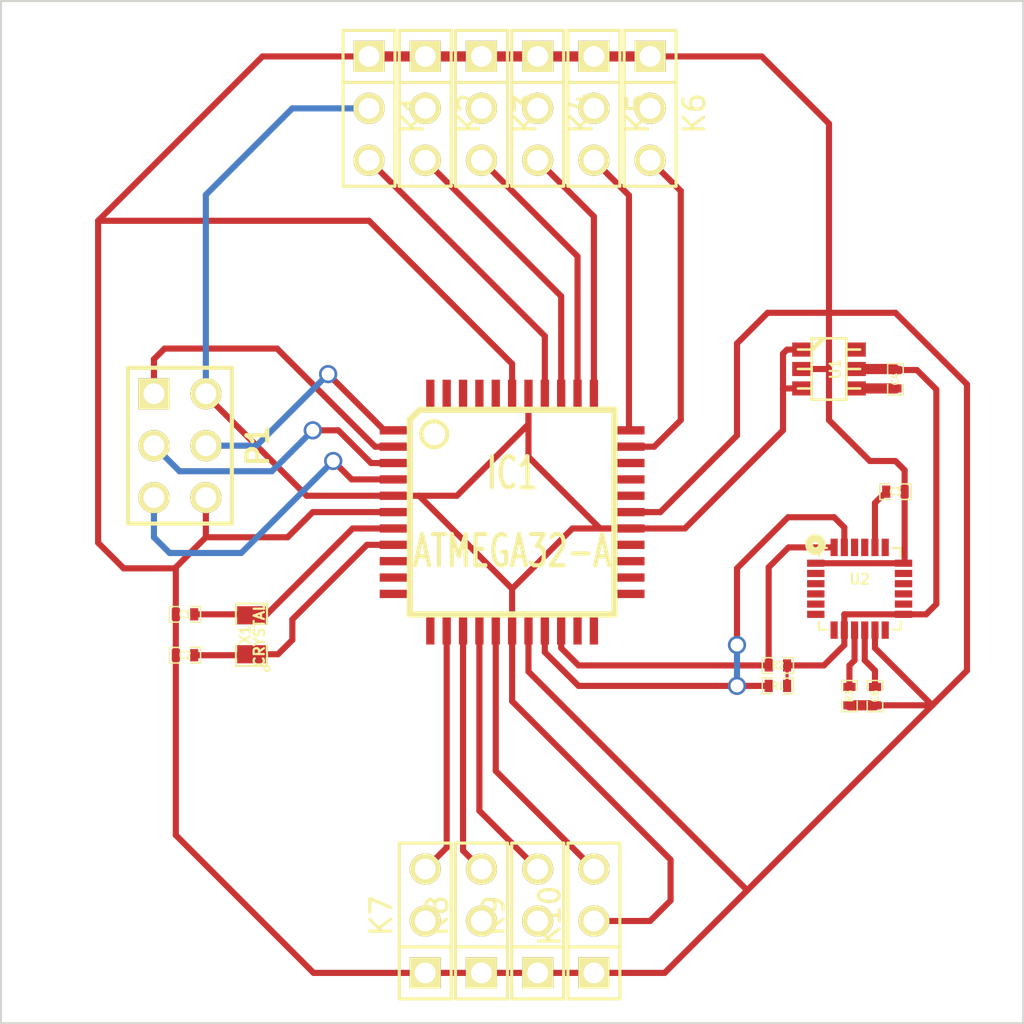
<source format=kicad_pcb>
(kicad_pcb (version 3) (host pcbnew "(2013-mar-13)-testing")

  (general
    (links 62)
    (no_connects 6)
    (area 97.699999 77.699999 147.800001 127.800001)
    (thickness 1.6)
    (drawings 4)
    (tracks 186)
    (zones 0)
    (modules 23)
    (nets 58)
  )

  (page A4)
  (layers
    (15 F.Cu signal)
    (0 B.Cu signal)
    (16 B.Adhes user)
    (17 F.Adhes user)
    (18 B.Paste user)
    (19 F.Paste user)
    (20 B.SilkS user)
    (21 F.SilkS user)
    (22 B.Mask user)
    (23 F.Mask user)
    (24 Dwgs.User user)
    (25 Cmts.User user)
    (26 Eco1.User user)
    (27 Eco2.User user)
    (28 Edge.Cuts user)
  )

  (setup
    (last_trace_width 0.3)
    (trace_clearance 0.15)
    (zone_clearance 0.508)
    (zone_45_only no)
    (trace_min 0.124)
    (segment_width 0.2)
    (edge_width 0.1)
    (via_size 0.889)
    (via_drill 0.635)
    (via_min_size 0.889)
    (via_min_drill 0.508)
    (uvia_size 0.508)
    (uvia_drill 0.127)
    (uvias_allowed no)
    (uvia_min_size 0.508)
    (uvia_min_drill 0.127)
    (pcb_text_width 0.3)
    (pcb_text_size 1.5 1.5)
    (mod_edge_width 0.15)
    (mod_text_size 1 1)
    (mod_text_width 0.15)
    (pad_size 0.7509 0.35052)
    (pad_drill 0)
    (pad_to_mask_clearance 0)
    (aux_axis_origin 0 0)
    (visible_elements FFFFFF7F)
    (pcbplotparams
      (layerselection 3178497)
      (usegerberextensions true)
      (excludeedgelayer true)
      (linewidth 0.150000)
      (plotframeref false)
      (viasonmask false)
      (mode 1)
      (useauxorigin false)
      (hpglpennumber 1)
      (hpglpenspeed 20)
      (hpglpendiameter 15)
      (hpglpenoverlay 2)
      (psnegative false)
      (psa4output false)
      (plotreference true)
      (plotvalue true)
      (plotothertext true)
      (plotinvisibletext false)
      (padsonsilk false)
      (subtractmaskfromsilk false)
      (outputformat 1)
      (mirror false)
      (drillshape 1)
      (scaleselection 1)
      (outputdirectory /home/charlie/Desktop/))
  )

  (net 0 "")
  (net 1 +3.3V)
  (net 2 +5V)
  (net 3 /RESET)
  (net 4 GND)
  (net 5 N-000001)
  (net 6 N-0000010)
  (net 7 N-0000012)
  (net 8 N-0000013)
  (net 9 N-0000014)
  (net 10 N-0000015)
  (net 11 N-0000016)
  (net 12 N-0000017)
  (net 13 N-0000018)
  (net 14 N-0000019)
  (net 15 N-000002)
  (net 16 N-0000020)
  (net 17 N-0000021)
  (net 18 N-0000022)
  (net 19 N-0000023)
  (net 20 N-0000024)
  (net 21 N-0000025)
  (net 22 N-0000026)
  (net 23 N-0000027)
  (net 24 N-0000028)
  (net 25 N-0000029)
  (net 26 N-000003)
  (net 27 N-0000030)
  (net 28 N-0000031)
  (net 29 N-0000032)
  (net 30 N-0000033)
  (net 31 N-0000034)
  (net 32 N-0000035)
  (net 33 N-0000036)
  (net 34 N-0000037)
  (net 35 N-0000038)
  (net 36 N-0000039)
  (net 37 N-000004)
  (net 38 N-0000040)
  (net 39 N-0000041)
  (net 40 N-0000042)
  (net 41 N-0000043)
  (net 42 N-0000044)
  (net 43 N-0000045)
  (net 44 N-0000046)
  (net 45 N-0000047)
  (net 46 N-0000048)
  (net 47 N-0000049)
  (net 48 N-000005)
  (net 49 N-0000050)
  (net 50 N-0000051)
  (net 51 N-0000052)
  (net 52 N-0000053)
  (net 53 N-0000054)
  (net 54 N-0000056)
  (net 55 N-0000057)
  (net 56 N-000007)
  (net 57 N-000008)

  (net_class Default "This is the default net class."
    (clearance 0.15)
    (trace_width 0.3)
    (via_dia 0.889)
    (via_drill 0.635)
    (uvia_dia 0.508)
    (uvia_drill 0.127)
    (add_net "")
    (add_net +3.3V)
    (add_net +5V)
    (add_net /RESET)
    (add_net GND)
    (add_net N-000001)
    (add_net N-0000010)
    (add_net N-0000012)
    (add_net N-0000013)
    (add_net N-0000014)
    (add_net N-0000015)
    (add_net N-0000016)
    (add_net N-0000017)
    (add_net N-0000018)
    (add_net N-0000019)
    (add_net N-000002)
    (add_net N-0000020)
    (add_net N-0000021)
    (add_net N-0000022)
    (add_net N-0000023)
    (add_net N-0000024)
    (add_net N-0000025)
    (add_net N-0000026)
    (add_net N-0000027)
    (add_net N-0000028)
    (add_net N-0000029)
    (add_net N-000003)
    (add_net N-0000030)
    (add_net N-0000031)
    (add_net N-0000032)
    (add_net N-0000033)
    (add_net N-0000034)
    (add_net N-0000035)
    (add_net N-0000036)
    (add_net N-0000037)
    (add_net N-0000038)
    (add_net N-0000039)
    (add_net N-000004)
    (add_net N-0000040)
    (add_net N-0000041)
    (add_net N-0000042)
    (add_net N-0000043)
    (add_net N-0000044)
    (add_net N-0000045)
    (add_net N-0000046)
    (add_net N-0000047)
    (add_net N-0000048)
    (add_net N-0000049)
    (add_net N-000005)
    (add_net N-0000050)
    (add_net N-0000051)
    (add_net N-0000052)
    (add_net N-0000053)
    (add_net N-0000054)
    (add_net N-0000056)
    (add_net N-0000057)
    (add_net N-000007)
    (add_net N-000008)
  )

  (module SM0402 (layer F.Cu) (tedit 50A4E0BA) (tstamp 52B629D5)
    (at 106.75 107.75)
    (path /52ADD0C5)
    (attr smd)
    (fp_text reference C1 (at 0 0) (layer F.SilkS)
      (effects (font (size 0.35052 0.3048) (thickness 0.07112)))
    )
    (fp_text value C (at 0.09906 0) (layer F.SilkS) hide
      (effects (font (size 0.35052 0.3048) (thickness 0.07112)))
    )
    (fp_line (start -0.254 -0.381) (end -0.762 -0.381) (layer F.SilkS) (width 0.07112))
    (fp_line (start -0.762 -0.381) (end -0.762 0.381) (layer F.SilkS) (width 0.07112))
    (fp_line (start -0.762 0.381) (end -0.254 0.381) (layer F.SilkS) (width 0.07112))
    (fp_line (start 0.254 -0.381) (end 0.762 -0.381) (layer F.SilkS) (width 0.07112))
    (fp_line (start 0.762 -0.381) (end 0.762 0.381) (layer F.SilkS) (width 0.07112))
    (fp_line (start 0.762 0.381) (end 0.254 0.381) (layer F.SilkS) (width 0.07112))
    (pad 1 smd rect (at -0.44958 0) (size 0.39878 0.59944)
      (layers F.Cu F.Paste F.Mask)
      (net 4 GND)
    )
    (pad 2 smd rect (at 0.44958 0) (size 0.39878 0.59944)
      (layers F.Cu F.Paste F.Mask)
      (net 39 N-0000041)
    )
    (model smd\chip_cms.wrl
      (at (xyz 0 0 0.002))
      (scale (xyz 0.05 0.05 0.05))
      (rotate (xyz 0 0 0))
    )
  )

  (module SM0402 (layer F.Cu) (tedit 50A4E0BA) (tstamp 52B629C8)
    (at 106.75 109.75)
    (path /52ADD0D4)
    (attr smd)
    (fp_text reference C2 (at 0 0) (layer F.SilkS)
      (effects (font (size 0.35052 0.3048) (thickness 0.07112)))
    )
    (fp_text value C (at 0.09906 0) (layer F.SilkS) hide
      (effects (font (size 0.35052 0.3048) (thickness 0.07112)))
    )
    (fp_line (start -0.254 -0.381) (end -0.762 -0.381) (layer F.SilkS) (width 0.07112))
    (fp_line (start -0.762 -0.381) (end -0.762 0.381) (layer F.SilkS) (width 0.07112))
    (fp_line (start -0.762 0.381) (end -0.254 0.381) (layer F.SilkS) (width 0.07112))
    (fp_line (start 0.254 -0.381) (end 0.762 -0.381) (layer F.SilkS) (width 0.07112))
    (fp_line (start 0.762 -0.381) (end 0.762 0.381) (layer F.SilkS) (width 0.07112))
    (fp_line (start 0.762 0.381) (end 0.254 0.381) (layer F.SilkS) (width 0.07112))
    (pad 1 smd rect (at -0.44958 0) (size 0.39878 0.59944)
      (layers F.Cu F.Paste F.Mask)
      (net 4 GND)
    )
    (pad 2 smd rect (at 0.44958 0) (size 0.39878 0.59944)
      (layers F.Cu F.Paste F.Mask)
      (net 55 N-0000057)
    )
    (model smd\chip_cms.wrl
      (at (xyz 0 0 0.002))
      (scale (xyz 0.05 0.05 0.05))
      (rotate (xyz 0 0 0))
    )
  )

  (module SM0402 (layer F.Cu) (tedit 50A4E0BA) (tstamp 52B629BB)
    (at 141.5 101.75)
    (path /52ADF725)
    (attr smd)
    (fp_text reference C3 (at 0 0) (layer F.SilkS)
      (effects (font (size 0.35052 0.3048) (thickness 0.07112)))
    )
    (fp_text value C (at 0.09906 0) (layer F.SilkS) hide
      (effects (font (size 0.35052 0.3048) (thickness 0.07112)))
    )
    (fp_line (start -0.254 -0.381) (end -0.762 -0.381) (layer F.SilkS) (width 0.07112))
    (fp_line (start -0.762 -0.381) (end -0.762 0.381) (layer F.SilkS) (width 0.07112))
    (fp_line (start -0.762 0.381) (end -0.254 0.381) (layer F.SilkS) (width 0.07112))
    (fp_line (start 0.254 -0.381) (end 0.762 -0.381) (layer F.SilkS) (width 0.07112))
    (fp_line (start 0.762 -0.381) (end 0.762 0.381) (layer F.SilkS) (width 0.07112))
    (fp_line (start 0.762 0.381) (end 0.254 0.381) (layer F.SilkS) (width 0.07112))
    (pad 1 smd rect (at -0.44958 0) (size 0.39878 0.59944)
      (layers F.Cu F.Paste F.Mask)
      (net 9 N-0000014)
    )
    (pad 2 smd rect (at 0.44958 0) (size 0.39878 0.59944)
      (layers F.Cu F.Paste F.Mask)
      (net 4 GND)
    )
    (model smd\chip_cms.wrl
      (at (xyz 0 0 0.002))
      (scale (xyz 0.05 0.05 0.05))
      (rotate (xyz 0 0 0))
    )
  )

  (module SM0402 (layer F.Cu) (tedit 50A4E0BA) (tstamp 52B629AE)
    (at 141.5 96.25 270)
    (path /52ADF536)
    (attr smd)
    (fp_text reference C4 (at 0 0 270) (layer F.SilkS)
      (effects (font (size 0.35052 0.3048) (thickness 0.07112)))
    )
    (fp_text value C (at 0.09906 0 270) (layer F.SilkS) hide
      (effects (font (size 0.35052 0.3048) (thickness 0.07112)))
    )
    (fp_line (start -0.254 -0.381) (end -0.762 -0.381) (layer F.SilkS) (width 0.07112))
    (fp_line (start -0.762 -0.381) (end -0.762 0.381) (layer F.SilkS) (width 0.07112))
    (fp_line (start -0.762 0.381) (end -0.254 0.381) (layer F.SilkS) (width 0.07112))
    (fp_line (start 0.254 -0.381) (end 0.762 -0.381) (layer F.SilkS) (width 0.07112))
    (fp_line (start 0.762 -0.381) (end 0.762 0.381) (layer F.SilkS) (width 0.07112))
    (fp_line (start 0.762 0.381) (end 0.254 0.381) (layer F.SilkS) (width 0.07112))
    (pad 1 smd rect (at -0.44958 0 270) (size 0.39878 0.59944)
      (layers F.Cu F.Paste F.Mask)
      (net 1 +3.3V)
    )
    (pad 2 smd rect (at 0.44958 0 270) (size 0.39878 0.59944)
      (layers F.Cu F.Paste F.Mask)
      (net 53 N-0000054)
    )
    (model smd\chip_cms.wrl
      (at (xyz 0 0 0.002))
      (scale (xyz 0.05 0.05 0.05))
      (rotate (xyz 0 0 0))
    )
  )

  (module SM0402 (layer F.Cu) (tedit 50A4E0BA) (tstamp 52B629A1)
    (at 140.5 111.75 270)
    (path /52ADF81F)
    (attr smd)
    (fp_text reference C6 (at 0 0 270) (layer F.SilkS)
      (effects (font (size 0.35052 0.3048) (thickness 0.07112)))
    )
    (fp_text value C (at 0.09906 0 270) (layer F.SilkS) hide
      (effects (font (size 0.35052 0.3048) (thickness 0.07112)))
    )
    (fp_line (start -0.254 -0.381) (end -0.762 -0.381) (layer F.SilkS) (width 0.07112))
    (fp_line (start -0.762 -0.381) (end -0.762 0.381) (layer F.SilkS) (width 0.07112))
    (fp_line (start -0.762 0.381) (end -0.254 0.381) (layer F.SilkS) (width 0.07112))
    (fp_line (start 0.254 -0.381) (end 0.762 -0.381) (layer F.SilkS) (width 0.07112))
    (fp_line (start 0.762 -0.381) (end 0.762 0.381) (layer F.SilkS) (width 0.07112))
    (fp_line (start 0.762 0.381) (end 0.254 0.381) (layer F.SilkS) (width 0.07112))
    (pad 1 smd rect (at -0.44958 0 270) (size 0.39878 0.59944)
      (layers F.Cu F.Paste F.Mask)
      (net 7 N-0000012)
    )
    (pad 2 smd rect (at 0.44958 0 270) (size 0.39878 0.59944)
      (layers F.Cu F.Paste F.Mask)
      (net 4 GND)
    )
    (model smd\chip_cms.wrl
      (at (xyz 0 0 0.002))
      (scale (xyz 0.05 0.05 0.05))
      (rotate (xyz 0 0 0))
    )
  )

  (module TQFP44 (layer F.Cu) (tedit 200000) (tstamp 52B62994)
    (at 122.75 102.75)
    (path /52ADDE0F)
    (attr smd)
    (fp_text reference IC1 (at 0 -1.905) (layer F.SilkS)
      (effects (font (size 1.524 1.016) (thickness 0.2032)))
    )
    (fp_text value ATMEGA32-A (at 0 1.905) (layer F.SilkS)
      (effects (font (size 1.524 1.016) (thickness 0.2032)))
    )
    (fp_line (start 5.0038 -5.0038) (end 5.0038 5.0038) (layer F.SilkS) (width 0.3048))
    (fp_line (start 5.0038 5.0038) (end -5.0038 5.0038) (layer F.SilkS) (width 0.3048))
    (fp_line (start -5.0038 -4.5212) (end -5.0038 5.0038) (layer F.SilkS) (width 0.3048))
    (fp_line (start -4.5212 -5.0038) (end 5.0038 -5.0038) (layer F.SilkS) (width 0.3048))
    (fp_line (start -5.0038 -4.5212) (end -4.5212 -5.0038) (layer F.SilkS) (width 0.3048))
    (fp_circle (center -3.81 -3.81) (end -3.81 -3.175) (layer F.SilkS) (width 0.2032))
    (pad 39 smd rect (at 0 -5.715) (size 0.4064 1.524)
      (layers F.Cu F.Paste F.Mask)
      (net 4 GND)
    )
    (pad 40 smd rect (at -0.8001 -5.715) (size 0.4064 1.524)
      (layers F.Cu F.Paste F.Mask)
      (net 49 N-0000050)
    )
    (pad 41 smd rect (at -1.6002 -5.715) (size 0.4064 1.524)
      (layers F.Cu F.Paste F.Mask)
      (net 45 N-0000047)
    )
    (pad 42 smd rect (at -2.4003 -5.715) (size 0.4064 1.524)
      (layers F.Cu F.Paste F.Mask)
      (net 42 N-0000044)
    )
    (pad 43 smd rect (at -3.2004 -5.715) (size 0.4064 1.524)
      (layers F.Cu F.Paste F.Mask)
      (net 29 N-0000032)
    )
    (pad 44 smd rect (at -4.0005 -5.715) (size 0.4064 1.524)
      (layers F.Cu F.Paste F.Mask)
      (net 27 N-0000030)
    )
    (pad 38 smd rect (at 0.8001 -5.715) (size 0.4064 1.524)
      (layers F.Cu F.Paste F.Mask)
      (net 2 +5V)
    )
    (pad 37 smd rect (at 1.6002 -5.715) (size 0.4064 1.524)
      (layers F.Cu F.Paste F.Mask)
      (net 23 N-0000027)
    )
    (pad 36 smd rect (at 2.4003 -5.715) (size 0.4064 1.524)
      (layers F.Cu F.Paste F.Mask)
      (net 56 N-000007)
    )
    (pad 35 smd rect (at 3.2004 -5.715) (size 0.4064 1.524)
      (layers F.Cu F.Paste F.Mask)
      (net 21 N-0000025)
    )
    (pad 34 smd rect (at 4.0005 -5.715) (size 0.4064 1.524)
      (layers F.Cu F.Paste F.Mask)
      (net 14 N-0000019)
    )
    (pad 17 smd rect (at 0 5.715) (size 0.4064 1.524)
      (layers F.Cu F.Paste F.Mask)
      (net 2 +5V)
    )
    (pad 16 smd rect (at -0.8001 5.715) (size 0.4064 1.524)
      (layers F.Cu F.Paste F.Mask)
      (net 6 N-0000010)
    )
    (pad 15 smd rect (at -1.6002 5.715) (size 0.4064 1.524)
      (layers F.Cu F.Paste F.Mask)
      (net 5 N-000001)
    )
    (pad 14 smd rect (at -2.4003 5.715) (size 0.4064 1.524)
      (layers F.Cu F.Paste F.Mask)
      (net 13 N-0000018)
    )
    (pad 13 smd rect (at -3.2004 5.715) (size 0.4064 1.524)
      (layers F.Cu F.Paste F.Mask)
      (net 37 N-000004)
    )
    (pad 12 smd rect (at -4.0005 5.715) (size 0.4064 1.524)
      (layers F.Cu F.Paste F.Mask)
      (net 44 N-0000046)
    )
    (pad 18 smd rect (at 0.8001 5.715) (size 0.4064 1.524)
      (layers F.Cu F.Paste F.Mask)
      (net 4 GND)
    )
    (pad 19 smd rect (at 1.6002 5.715) (size 0.4064 1.524)
      (layers F.Cu F.Paste F.Mask)
      (net 31 N-0000034)
    )
    (pad 20 smd rect (at 2.4003 5.715) (size 0.4064 1.524)
      (layers F.Cu F.Paste F.Mask)
      (net 30 N-0000033)
    )
    (pad 21 smd rect (at 3.2004 5.715) (size 0.4064 1.524)
      (layers F.Cu F.Paste F.Mask)
      (net 40 N-0000042)
    )
    (pad 22 smd rect (at 4.0005 5.715) (size 0.4064 1.524)
      (layers F.Cu F.Paste F.Mask)
      (net 43 N-0000045)
    )
    (pad 6 smd rect (at -5.715 0) (size 1.524 0.4064)
      (layers F.Cu F.Paste F.Mask)
      (net 4 GND)
    )
    (pad 28 smd rect (at 5.715 0) (size 1.524 0.4064)
      (layers F.Cu F.Paste F.Mask)
      (net 4 GND)
    )
    (pad 7 smd rect (at -5.715 0.8001) (size 1.524 0.4064)
      (layers F.Cu F.Paste F.Mask)
      (net 39 N-0000041)
    )
    (pad 27 smd rect (at 5.715 0.8001) (size 1.524 0.4064)
      (layers F.Cu F.Paste F.Mask)
      (net 2 +5V)
    )
    (pad 26 smd rect (at 5.715 1.6002) (size 1.524 0.4064)
      (layers F.Cu F.Paste F.Mask)
      (net 24 N-0000028)
    )
    (pad 8 smd rect (at -5.715 1.6002) (size 1.524 0.4064)
      (layers F.Cu F.Paste F.Mask)
      (net 55 N-0000057)
    )
    (pad 9 smd rect (at -5.715 2.4003) (size 1.524 0.4064)
      (layers F.Cu F.Paste F.Mask)
      (net 52 N-0000053)
    )
    (pad 25 smd rect (at 5.715 2.4003) (size 1.524 0.4064)
      (layers F.Cu F.Paste F.Mask)
      (net 25 N-0000029)
    )
    (pad 24 smd rect (at 5.715 3.2004) (size 1.524 0.4064)
      (layers F.Cu F.Paste F.Mask)
      (net 28 N-0000031)
    )
    (pad 10 smd rect (at -5.715 3.2004) (size 1.524 0.4064)
      (layers F.Cu F.Paste F.Mask)
      (net 51 N-0000052)
    )
    (pad 11 smd rect (at -5.715 4.0005) (size 1.524 0.4064)
      (layers F.Cu F.Paste F.Mask)
      (net 47 N-0000049)
    )
    (pad 23 smd rect (at 5.715 4.0005) (size 1.524 0.4064)
      (layers F.Cu F.Paste F.Mask)
      (net 41 N-0000043)
    )
    (pad 29 smd rect (at 5.715 -0.8001) (size 1.524 0.4064)
      (layers F.Cu F.Paste F.Mask)
      (net 38 N-0000040)
    )
    (pad 5 smd rect (at -5.715 -0.8001) (size 1.524 0.4064)
      (layers F.Cu F.Paste F.Mask)
      (net 2 +5V)
    )
    (pad 4 smd rect (at -5.715 -1.6002) (size 1.524 0.4064)
      (layers F.Cu F.Paste F.Mask)
      (net 3 /RESET)
    )
    (pad 30 smd rect (at 5.715 -1.6002) (size 1.524 0.4064)
      (layers F.Cu F.Paste F.Mask)
      (net 50 N-0000051)
    )
    (pad 31 smd rect (at 5.715 -2.4003) (size 1.524 0.4064)
      (layers F.Cu F.Paste F.Mask)
      (net 46 N-0000048)
    )
    (pad 3 smd rect (at -5.715 -2.4003) (size 1.524 0.4064)
      (layers F.Cu F.Paste F.Mask)
      (net 11 N-0000016)
    )
    (pad 2 smd rect (at -5.715 -3.2004) (size 1.524 0.4064)
      (layers F.Cu F.Paste F.Mask)
      (net 12 N-0000017)
    )
    (pad 32 smd rect (at 5.715 -3.2004) (size 1.524 0.4064)
      (layers F.Cu F.Paste F.Mask)
      (net 17 N-0000021)
    )
    (pad 33 smd rect (at 5.715 -4.0005) (size 1.524 0.4064)
      (layers F.Cu F.Paste F.Mask)
      (net 16 N-0000020)
    )
    (pad 1 smd rect (at -5.715 -4.0005) (size 1.524 0.4064)
      (layers F.Cu F.Paste F.Mask)
      (net 10 N-0000015)
    )
  )

  (module PIN_ARRAY_3X1 (layer F.Cu) (tedit 4C1130E0) (tstamp 52B6295D)
    (at 115.75 83 270)
    (descr "Connecteur 3 pins")
    (tags "CONN DEV")
    (path /52AE0870)
    (fp_text reference K1 (at 0.254 -2.159 270) (layer F.SilkS)
      (effects (font (size 1.016 1.016) (thickness 0.1524)))
    )
    (fp_text value CONN_3 (at 0 -2.159 270) (layer F.SilkS) hide
      (effects (font (size 1.016 1.016) (thickness 0.1524)))
    )
    (fp_line (start -3.81 1.27) (end -3.81 -1.27) (layer F.SilkS) (width 0.1524))
    (fp_line (start -3.81 -1.27) (end 3.81 -1.27) (layer F.SilkS) (width 0.1524))
    (fp_line (start 3.81 -1.27) (end 3.81 1.27) (layer F.SilkS) (width 0.1524))
    (fp_line (start 3.81 1.27) (end -3.81 1.27) (layer F.SilkS) (width 0.1524))
    (fp_line (start -1.27 -1.27) (end -1.27 1.27) (layer F.SilkS) (width 0.1524))
    (pad 1 thru_hole rect (at -2.54 0 270) (size 1.524 1.524) (drill 1.016)
      (layers *.Cu *.Mask F.SilkS)
      (net 4 GND)
    )
    (pad 2 thru_hole circle (at 0 0 270) (size 1.524 1.524) (drill 1.016)
      (layers *.Cu *.Mask F.SilkS)
      (net 2 +5V)
    )
    (pad 3 thru_hole circle (at 2.54 0 270) (size 1.524 1.524) (drill 1.016)
      (layers *.Cu *.Mask F.SilkS)
      (net 23 N-0000027)
    )
    (model pin_array/pins_array_3x1.wrl
      (at (xyz 0 0 0))
      (scale (xyz 1 1 1))
      (rotate (xyz 0 0 0))
    )
  )

  (module PIN_ARRAY_3X1 (layer F.Cu) (tedit 4C1130E0) (tstamp 52B62950)
    (at 118.5 83 270)
    (descr "Connecteur 3 pins")
    (tags "CONN DEV")
    (path /52AE0876)
    (fp_text reference K2 (at 0.254 -2.159 270) (layer F.SilkS)
      (effects (font (size 1.016 1.016) (thickness 0.1524)))
    )
    (fp_text value CONN_3 (at 0 -2.159 270) (layer F.SilkS) hide
      (effects (font (size 1.016 1.016) (thickness 0.1524)))
    )
    (fp_line (start -3.81 1.27) (end -3.81 -1.27) (layer F.SilkS) (width 0.1524))
    (fp_line (start -3.81 -1.27) (end 3.81 -1.27) (layer F.SilkS) (width 0.1524))
    (fp_line (start 3.81 -1.27) (end 3.81 1.27) (layer F.SilkS) (width 0.1524))
    (fp_line (start 3.81 1.27) (end -3.81 1.27) (layer F.SilkS) (width 0.1524))
    (fp_line (start -1.27 -1.27) (end -1.27 1.27) (layer F.SilkS) (width 0.1524))
    (pad 1 thru_hole rect (at -2.54 0 270) (size 1.524 1.524) (drill 1.016)
      (layers *.Cu *.Mask F.SilkS)
      (net 4 GND)
    )
    (pad 2 thru_hole circle (at 0 0 270) (size 1.524 1.524) (drill 1.016)
      (layers *.Cu *.Mask F.SilkS)
      (net 57 N-000008)
    )
    (pad 3 thru_hole circle (at 2.54 0 270) (size 1.524 1.524) (drill 1.016)
      (layers *.Cu *.Mask F.SilkS)
      (net 56 N-000007)
    )
    (model pin_array/pins_array_3x1.wrl
      (at (xyz 0 0 0))
      (scale (xyz 1 1 1))
      (rotate (xyz 0 0 0))
    )
  )

  (module PIN_ARRAY_3X1 (layer F.Cu) (tedit 4C1130E0) (tstamp 52B62943)
    (at 121.25 83 270)
    (descr "Connecteur 3 pins")
    (tags "CONN DEV")
    (path /52AE087C)
    (fp_text reference K3 (at 0.254 -2.159 270) (layer F.SilkS)
      (effects (font (size 1.016 1.016) (thickness 0.1524)))
    )
    (fp_text value CONN_3 (at 0 -2.159 270) (layer F.SilkS) hide
      (effects (font (size 1.016 1.016) (thickness 0.1524)))
    )
    (fp_line (start -3.81 1.27) (end -3.81 -1.27) (layer F.SilkS) (width 0.1524))
    (fp_line (start -3.81 -1.27) (end 3.81 -1.27) (layer F.SilkS) (width 0.1524))
    (fp_line (start 3.81 -1.27) (end 3.81 1.27) (layer F.SilkS) (width 0.1524))
    (fp_line (start 3.81 1.27) (end -3.81 1.27) (layer F.SilkS) (width 0.1524))
    (fp_line (start -1.27 -1.27) (end -1.27 1.27) (layer F.SilkS) (width 0.1524))
    (pad 1 thru_hole rect (at -2.54 0 270) (size 1.524 1.524) (drill 1.016)
      (layers *.Cu *.Mask F.SilkS)
      (net 4 GND)
    )
    (pad 2 thru_hole circle (at 0 0 270) (size 1.524 1.524) (drill 1.016)
      (layers *.Cu *.Mask F.SilkS)
      (net 22 N-0000026)
    )
    (pad 3 thru_hole circle (at 2.54 0 270) (size 1.524 1.524) (drill 1.016)
      (layers *.Cu *.Mask F.SilkS)
      (net 21 N-0000025)
    )
    (model pin_array/pins_array_3x1.wrl
      (at (xyz 0 0 0))
      (scale (xyz 1 1 1))
      (rotate (xyz 0 0 0))
    )
  )

  (module PIN_ARRAY_3X1 (layer F.Cu) (tedit 4C1130E0) (tstamp 52B62936)
    (at 124 83 270)
    (descr "Connecteur 3 pins")
    (tags "CONN DEV")
    (path /52AE0882)
    (fp_text reference K4 (at 0.254 -2.159 270) (layer F.SilkS)
      (effects (font (size 1.016 1.016) (thickness 0.1524)))
    )
    (fp_text value CONN_3 (at 0 -2.159 270) (layer F.SilkS) hide
      (effects (font (size 1.016 1.016) (thickness 0.1524)))
    )
    (fp_line (start -3.81 1.27) (end -3.81 -1.27) (layer F.SilkS) (width 0.1524))
    (fp_line (start -3.81 -1.27) (end 3.81 -1.27) (layer F.SilkS) (width 0.1524))
    (fp_line (start 3.81 -1.27) (end 3.81 1.27) (layer F.SilkS) (width 0.1524))
    (fp_line (start 3.81 1.27) (end -3.81 1.27) (layer F.SilkS) (width 0.1524))
    (fp_line (start -1.27 -1.27) (end -1.27 1.27) (layer F.SilkS) (width 0.1524))
    (pad 1 thru_hole rect (at -2.54 0 270) (size 1.524 1.524) (drill 1.016)
      (layers *.Cu *.Mask F.SilkS)
      (net 4 GND)
    )
    (pad 2 thru_hole circle (at 0 0 270) (size 1.524 1.524) (drill 1.016)
      (layers *.Cu *.Mask F.SilkS)
      (net 20 N-0000024)
    )
    (pad 3 thru_hole circle (at 2.54 0 270) (size 1.524 1.524) (drill 1.016)
      (layers *.Cu *.Mask F.SilkS)
      (net 14 N-0000019)
    )
    (model pin_array/pins_array_3x1.wrl
      (at (xyz 0 0 0))
      (scale (xyz 1 1 1))
      (rotate (xyz 0 0 0))
    )
  )

  (module PIN_ARRAY_3X1 (layer F.Cu) (tedit 4C1130E0) (tstamp 52B62929)
    (at 126.75 83 270)
    (descr "Connecteur 3 pins")
    (tags "CONN DEV")
    (path /52AE0888)
    (fp_text reference K5 (at 0.254 -2.159 270) (layer F.SilkS)
      (effects (font (size 1.016 1.016) (thickness 0.1524)))
    )
    (fp_text value CONN_3 (at 0 -2.159 270) (layer F.SilkS) hide
      (effects (font (size 1.016 1.016) (thickness 0.1524)))
    )
    (fp_line (start -3.81 1.27) (end -3.81 -1.27) (layer F.SilkS) (width 0.1524))
    (fp_line (start -3.81 -1.27) (end 3.81 -1.27) (layer F.SilkS) (width 0.1524))
    (fp_line (start 3.81 -1.27) (end 3.81 1.27) (layer F.SilkS) (width 0.1524))
    (fp_line (start 3.81 1.27) (end -3.81 1.27) (layer F.SilkS) (width 0.1524))
    (fp_line (start -1.27 -1.27) (end -1.27 1.27) (layer F.SilkS) (width 0.1524))
    (pad 1 thru_hole rect (at -2.54 0 270) (size 1.524 1.524) (drill 1.016)
      (layers *.Cu *.Mask F.SilkS)
      (net 4 GND)
    )
    (pad 2 thru_hole circle (at 0 0 270) (size 1.524 1.524) (drill 1.016)
      (layers *.Cu *.Mask F.SilkS)
      (net 19 N-0000023)
    )
    (pad 3 thru_hole circle (at 2.54 0 270) (size 1.524 1.524) (drill 1.016)
      (layers *.Cu *.Mask F.SilkS)
      (net 16 N-0000020)
    )
    (model pin_array/pins_array_3x1.wrl
      (at (xyz 0 0 0))
      (scale (xyz 1 1 1))
      (rotate (xyz 0 0 0))
    )
  )

  (module PIN_ARRAY_3X1 (layer F.Cu) (tedit 4C1130E0) (tstamp 52B6291C)
    (at 129.5 83 270)
    (descr "Connecteur 3 pins")
    (tags "CONN DEV")
    (path /52AE088E)
    (fp_text reference K6 (at 0.254 -2.159 270) (layer F.SilkS)
      (effects (font (size 1.016 1.016) (thickness 0.1524)))
    )
    (fp_text value CONN_3 (at 0 -2.159 270) (layer F.SilkS) hide
      (effects (font (size 1.016 1.016) (thickness 0.1524)))
    )
    (fp_line (start -3.81 1.27) (end -3.81 -1.27) (layer F.SilkS) (width 0.1524))
    (fp_line (start -3.81 -1.27) (end 3.81 -1.27) (layer F.SilkS) (width 0.1524))
    (fp_line (start 3.81 -1.27) (end 3.81 1.27) (layer F.SilkS) (width 0.1524))
    (fp_line (start 3.81 1.27) (end -3.81 1.27) (layer F.SilkS) (width 0.1524))
    (fp_line (start -1.27 -1.27) (end -1.27 1.27) (layer F.SilkS) (width 0.1524))
    (pad 1 thru_hole rect (at -2.54 0 270) (size 1.524 1.524) (drill 1.016)
      (layers *.Cu *.Mask F.SilkS)
      (net 4 GND)
    )
    (pad 2 thru_hole circle (at 0 0 270) (size 1.524 1.524) (drill 1.016)
      (layers *.Cu *.Mask F.SilkS)
      (net 18 N-0000022)
    )
    (pad 3 thru_hole circle (at 2.54 0 270) (size 1.524 1.524) (drill 1.016)
      (layers *.Cu *.Mask F.SilkS)
      (net 17 N-0000021)
    )
    (model pin_array/pins_array_3x1.wrl
      (at (xyz 0 0 0))
      (scale (xyz 1 1 1))
      (rotate (xyz 0 0 0))
    )
  )

  (module PIN_ARRAY_3X1 (layer F.Cu) (tedit 4C1130E0) (tstamp 52B6290F)
    (at 118.5 122.75 90)
    (descr "Connecteur 3 pins")
    (tags "CONN DEV")
    (path /52AE02F1)
    (fp_text reference K7 (at 0.254 -2.159 90) (layer F.SilkS)
      (effects (font (size 1.016 1.016) (thickness 0.1524)))
    )
    (fp_text value CONN_3 (at 0 -2.159 90) (layer F.SilkS) hide
      (effects (font (size 1.016 1.016) (thickness 0.1524)))
    )
    (fp_line (start -3.81 1.27) (end -3.81 -1.27) (layer F.SilkS) (width 0.1524))
    (fp_line (start -3.81 -1.27) (end 3.81 -1.27) (layer F.SilkS) (width 0.1524))
    (fp_line (start 3.81 -1.27) (end 3.81 1.27) (layer F.SilkS) (width 0.1524))
    (fp_line (start 3.81 1.27) (end -3.81 1.27) (layer F.SilkS) (width 0.1524))
    (fp_line (start -1.27 -1.27) (end -1.27 1.27) (layer F.SilkS) (width 0.1524))
    (pad 1 thru_hole rect (at -2.54 0 90) (size 1.524 1.524) (drill 1.016)
      (layers *.Cu *.Mask F.SilkS)
      (net 4 GND)
    )
    (pad 2 thru_hole circle (at 0 0 90) (size 1.524 1.524) (drill 1.016)
      (layers *.Cu *.Mask F.SilkS)
      (net 48 N-000005)
    )
    (pad 3 thru_hole circle (at 2.54 0 90) (size 1.524 1.524) (drill 1.016)
      (layers *.Cu *.Mask F.SilkS)
      (net 37 N-000004)
    )
    (model pin_array/pins_array_3x1.wrl
      (at (xyz 0 0 0))
      (scale (xyz 1 1 1))
      (rotate (xyz 0 0 0))
    )
  )

  (module PIN_ARRAY_3X1 (layer F.Cu) (tedit 4C1130E0) (tstamp 52B62902)
    (at 121.25 122.75 90)
    (descr "Connecteur 3 pins")
    (tags "CONN DEV")
    (path /52AE02FE)
    (fp_text reference K8 (at 0.254 -2.159 90) (layer F.SilkS)
      (effects (font (size 1.016 1.016) (thickness 0.1524)))
    )
    (fp_text value CONN_3 (at 0 -2.159 90) (layer F.SilkS) hide
      (effects (font (size 1.016 1.016) (thickness 0.1524)))
    )
    (fp_line (start -3.81 1.27) (end -3.81 -1.27) (layer F.SilkS) (width 0.1524))
    (fp_line (start -3.81 -1.27) (end 3.81 -1.27) (layer F.SilkS) (width 0.1524))
    (fp_line (start 3.81 -1.27) (end 3.81 1.27) (layer F.SilkS) (width 0.1524))
    (fp_line (start 3.81 1.27) (end -3.81 1.27) (layer F.SilkS) (width 0.1524))
    (fp_line (start -1.27 -1.27) (end -1.27 1.27) (layer F.SilkS) (width 0.1524))
    (pad 1 thru_hole rect (at -2.54 0 90) (size 1.524 1.524) (drill 1.016)
      (layers *.Cu *.Mask F.SilkS)
      (net 4 GND)
    )
    (pad 2 thru_hole circle (at 0 0 90) (size 1.524 1.524) (drill 1.016)
      (layers *.Cu *.Mask F.SilkS)
      (net 26 N-000003)
    )
    (pad 3 thru_hole circle (at 2.54 0 90) (size 1.524 1.524) (drill 1.016)
      (layers *.Cu *.Mask F.SilkS)
      (net 13 N-0000018)
    )
    (model pin_array/pins_array_3x1.wrl
      (at (xyz 0 0 0))
      (scale (xyz 1 1 1))
      (rotate (xyz 0 0 0))
    )
  )

  (module PIN_ARRAY_3X1 (layer F.Cu) (tedit 4C1130E0) (tstamp 52B628F5)
    (at 124 122.75 90)
    (descr "Connecteur 3 pins")
    (tags "CONN DEV")
    (path /52AE0304)
    (fp_text reference K9 (at 0.254 -2.159 90) (layer F.SilkS)
      (effects (font (size 1.016 1.016) (thickness 0.1524)))
    )
    (fp_text value CONN_3 (at 0 -2.159 90) (layer F.SilkS) hide
      (effects (font (size 1.016 1.016) (thickness 0.1524)))
    )
    (fp_line (start -3.81 1.27) (end -3.81 -1.27) (layer F.SilkS) (width 0.1524))
    (fp_line (start -3.81 -1.27) (end 3.81 -1.27) (layer F.SilkS) (width 0.1524))
    (fp_line (start 3.81 -1.27) (end 3.81 1.27) (layer F.SilkS) (width 0.1524))
    (fp_line (start 3.81 1.27) (end -3.81 1.27) (layer F.SilkS) (width 0.1524))
    (fp_line (start -1.27 -1.27) (end -1.27 1.27) (layer F.SilkS) (width 0.1524))
    (pad 1 thru_hole rect (at -2.54 0 90) (size 1.524 1.524) (drill 1.016)
      (layers *.Cu *.Mask F.SilkS)
      (net 4 GND)
    )
    (pad 2 thru_hole circle (at 0 0 90) (size 1.524 1.524) (drill 1.016)
      (layers *.Cu *.Mask F.SilkS)
      (net 15 N-000002)
    )
    (pad 3 thru_hole circle (at 2.54 0 90) (size 1.524 1.524) (drill 1.016)
      (layers *.Cu *.Mask F.SilkS)
      (net 5 N-000001)
    )
    (model pin_array/pins_array_3x1.wrl
      (at (xyz 0 0 0))
      (scale (xyz 1 1 1))
      (rotate (xyz 0 0 0))
    )
  )

  (module PIN_ARRAY_3X1 (layer F.Cu) (tedit 4C1130E0) (tstamp 52B628E8)
    (at 126.75 122.75 90)
    (descr "Connecteur 3 pins")
    (tags "CONN DEV")
    (path /52AE030A)
    (fp_text reference K10 (at 0.254 -2.159 90) (layer F.SilkS)
      (effects (font (size 1.016 1.016) (thickness 0.1524)))
    )
    (fp_text value CONN_3 (at 0 -2.159 90) (layer F.SilkS) hide
      (effects (font (size 1.016 1.016) (thickness 0.1524)))
    )
    (fp_line (start -3.81 1.27) (end -3.81 -1.27) (layer F.SilkS) (width 0.1524))
    (fp_line (start -3.81 -1.27) (end 3.81 -1.27) (layer F.SilkS) (width 0.1524))
    (fp_line (start 3.81 -1.27) (end 3.81 1.27) (layer F.SilkS) (width 0.1524))
    (fp_line (start 3.81 1.27) (end -3.81 1.27) (layer F.SilkS) (width 0.1524))
    (fp_line (start -1.27 -1.27) (end -1.27 1.27) (layer F.SilkS) (width 0.1524))
    (pad 1 thru_hole rect (at -2.54 0 90) (size 1.524 1.524) (drill 1.016)
      (layers *.Cu *.Mask F.SilkS)
      (net 4 GND)
    )
    (pad 2 thru_hole circle (at 0 0 90) (size 1.524 1.524) (drill 1.016)
      (layers *.Cu *.Mask F.SilkS)
      (net 2 +5V)
    )
    (pad 3 thru_hole circle (at 2.54 0 90) (size 1.524 1.524) (drill 1.016)
      (layers *.Cu *.Mask F.SilkS)
      (net 6 N-0000010)
    )
    (model pin_array/pins_array_3x1.wrl
      (at (xyz 0 0 0))
      (scale (xyz 1 1 1))
      (rotate (xyz 0 0 0))
    )
  )

  (module pin_array_3x2 (layer F.Cu) (tedit 42931587) (tstamp 52B628DB)
    (at 106.5 99.5 270)
    (descr "Double rangee de contacts 2 x 4 pins")
    (tags CONN)
    (path /52ADFDA6)
    (fp_text reference P1 (at 0 -3.81 270) (layer F.SilkS)
      (effects (font (size 1.016 1.016) (thickness 0.2032)))
    )
    (fp_text value CONN_3X2 (at 0 3.81 270) (layer F.SilkS) hide
      (effects (font (size 1.016 1.016) (thickness 0.2032)))
    )
    (fp_line (start 3.81 2.54) (end -3.81 2.54) (layer F.SilkS) (width 0.2032))
    (fp_line (start -3.81 -2.54) (end 3.81 -2.54) (layer F.SilkS) (width 0.2032))
    (fp_line (start 3.81 -2.54) (end 3.81 2.54) (layer F.SilkS) (width 0.2032))
    (fp_line (start -3.81 2.54) (end -3.81 -2.54) (layer F.SilkS) (width 0.2032))
    (pad 1 thru_hole rect (at -2.54 1.27 270) (size 1.524 1.524) (drill 1.016)
      (layers *.Cu *.Mask F.SilkS)
      (net 12 N-0000017)
    )
    (pad 2 thru_hole circle (at -2.54 -1.27 270) (size 1.524 1.524) (drill 1.016)
      (layers *.Cu *.Mask F.SilkS)
      (net 2 +5V)
    )
    (pad 3 thru_hole circle (at 0 1.27 270) (size 1.524 1.524) (drill 1.016)
      (layers *.Cu *.Mask F.SilkS)
      (net 11 N-0000016)
    )
    (pad 4 thru_hole circle (at 0 -1.27 270) (size 1.524 1.524) (drill 1.016)
      (layers *.Cu *.Mask F.SilkS)
      (net 10 N-0000015)
    )
    (pad 5 thru_hole circle (at 2.54 1.27 270) (size 1.524 1.524) (drill 1.016)
      (layers *.Cu *.Mask F.SilkS)
      (net 3 /RESET)
    )
    (pad 6 thru_hole circle (at 2.54 -1.27 270) (size 1.524 1.524) (drill 1.016)
      (layers *.Cu *.Mask F.SilkS)
      (net 4 GND)
    )
    (model pin_array/pins_array_3x2.wrl
      (at (xyz 0 0 0))
      (scale (xyz 1 1 1))
      (rotate (xyz 0 0 0))
    )
  )

  (module SM0402 (layer F.Cu) (tedit 50A4E0BA) (tstamp 52B628CC)
    (at 135.75 111.25)
    (path /52ADD1E5)
    (attr smd)
    (fp_text reference R1 (at 0 0) (layer F.SilkS)
      (effects (font (size 0.35052 0.3048) (thickness 0.07112)))
    )
    (fp_text value R (at 0.09906 0) (layer F.SilkS) hide
      (effects (font (size 0.35052 0.3048) (thickness 0.07112)))
    )
    (fp_line (start -0.254 -0.381) (end -0.762 -0.381) (layer F.SilkS) (width 0.07112))
    (fp_line (start -0.762 -0.381) (end -0.762 0.381) (layer F.SilkS) (width 0.07112))
    (fp_line (start -0.762 0.381) (end -0.254 0.381) (layer F.SilkS) (width 0.07112))
    (fp_line (start 0.254 -0.381) (end 0.762 -0.381) (layer F.SilkS) (width 0.07112))
    (fp_line (start 0.762 -0.381) (end 0.762 0.381) (layer F.SilkS) (width 0.07112))
    (fp_line (start 0.762 0.381) (end 0.254 0.381) (layer F.SilkS) (width 0.07112))
    (pad 1 smd rect (at -0.44958 0) (size 0.39878 0.59944)
      (layers F.Cu F.Paste F.Mask)
      (net 31 N-0000034)
    )
    (pad 2 smd rect (at 0.44958 0) (size 0.39878 0.59944)
      (layers F.Cu F.Paste F.Mask)
      (net 1 +3.3V)
    )
    (model smd\chip_cms.wrl
      (at (xyz 0 0 0.002))
      (scale (xyz 0.05 0.05 0.05))
      (rotate (xyz 0 0 0))
    )
  )

  (module SM0402 (layer F.Cu) (tedit 50A4E0BA) (tstamp 52B628BF)
    (at 135.75 110.25 180)
    (path /52ADD1D6)
    (attr smd)
    (fp_text reference R2 (at 0 0 180) (layer F.SilkS)
      (effects (font (size 0.35052 0.3048) (thickness 0.07112)))
    )
    (fp_text value R (at 0.09906 0 180) (layer F.SilkS) hide
      (effects (font (size 0.35052 0.3048) (thickness 0.07112)))
    )
    (fp_line (start -0.254 -0.381) (end -0.762 -0.381) (layer F.SilkS) (width 0.07112))
    (fp_line (start -0.762 -0.381) (end -0.762 0.381) (layer F.SilkS) (width 0.07112))
    (fp_line (start -0.762 0.381) (end -0.254 0.381) (layer F.SilkS) (width 0.07112))
    (fp_line (start 0.254 -0.381) (end 0.762 -0.381) (layer F.SilkS) (width 0.07112))
    (fp_line (start 0.762 -0.381) (end 0.762 0.381) (layer F.SilkS) (width 0.07112))
    (fp_line (start 0.762 0.381) (end 0.254 0.381) (layer F.SilkS) (width 0.07112))
    (pad 1 smd rect (at -0.44958 0 180) (size 0.39878 0.59944)
      (layers F.Cu F.Paste F.Mask)
      (net 1 +3.3V)
    )
    (pad 2 smd rect (at 0.44958 0 180) (size 0.39878 0.59944)
      (layers F.Cu F.Paste F.Mask)
      (net 30 N-0000033)
    )
    (model smd\chip_cms.wrl
      (at (xyz 0 0 0.002))
      (scale (xyz 0.05 0.05 0.05))
      (rotate (xyz 0 0 0))
    )
  )

  (module SM0402 (layer F.Cu) (tedit 50A4E0BA) (tstamp 52B628B2)
    (at 139.25 111.75 270)
    (path /52ADF785)
    (attr smd)
    (fp_text reference R3 (at 0 0 270) (layer F.SilkS)
      (effects (font (size 0.35052 0.3048) (thickness 0.07112)))
    )
    (fp_text value R (at 0.09906 0 270) (layer F.SilkS) hide
      (effects (font (size 0.35052 0.3048) (thickness 0.07112)))
    )
    (fp_line (start -0.254 -0.381) (end -0.762 -0.381) (layer F.SilkS) (width 0.07112))
    (fp_line (start -0.762 -0.381) (end -0.762 0.381) (layer F.SilkS) (width 0.07112))
    (fp_line (start -0.762 0.381) (end -0.254 0.381) (layer F.SilkS) (width 0.07112))
    (fp_line (start 0.254 -0.381) (end 0.762 -0.381) (layer F.SilkS) (width 0.07112))
    (fp_line (start 0.762 -0.381) (end 0.762 0.381) (layer F.SilkS) (width 0.07112))
    (fp_line (start 0.762 0.381) (end 0.254 0.381) (layer F.SilkS) (width 0.07112))
    (pad 1 smd rect (at -0.44958 0 270) (size 0.39878 0.59944)
      (layers F.Cu F.Paste F.Mask)
      (net 8 N-0000013)
    )
    (pad 2 smd rect (at 0.44958 0 270) (size 0.39878 0.59944)
      (layers F.Cu F.Paste F.Mask)
      (net 4 GND)
    )
    (model smd\chip_cms.wrl
      (at (xyz 0 0 0.002))
      (scale (xyz 0.05 0.05 0.05))
      (rotate (xyz 0 0 0))
    )
  )

  (module tsot-6 (layer F.Cu) (tedit 50BDEA11) (tstamp 52B628A5)
    (at 138.25 95.75 270)
    (descr TSOT-6)
    (path /52ADF4AA)
    (attr smd)
    (fp_text reference U1 (at 0 -0.29972 270) (layer F.SilkS)
      (effects (font (size 0.50038 0.50038) (thickness 0.09906)))
    )
    (fp_text value LT1761 (at 0 0.39878 270) (layer F.SilkS) hide
      (effects (font (size 0.50038 0.50038) (thickness 0.09906)))
    )
    (fp_line (start 1.50114 0.8509) (end -1.50114 0.8509) (layer F.SilkS) (width 0.127))
    (fp_line (start -1.50114 0.8509) (end -1.50114 -0.8509) (layer F.SilkS) (width 0.127))
    (fp_line (start -1.50114 -0.8509) (end 1.50114 -0.8509) (layer F.SilkS) (width 0.127))
    (fp_line (start 1.50114 -0.8509) (end 1.50114 0.8509) (layer F.SilkS) (width 0.127))
    (fp_line (start -0.8509 0.84836) (end -1.4986 0.20066) (layer F.SilkS) (width 0.127))
    (fp_line (start -1.0033 0.84836) (end -1.4986 0.35306) (layer F.SilkS) (width 0.127))
    (fp_line (start 0 -0.85852) (end 0 -1.51892) (layer F.SilkS) (width 0.127))
    (fp_line (start 0.9525 -0.85852) (end 0.9525 -1.51892) (layer F.SilkS) (width 0.127))
    (fp_line (start -0.9525 -0.85852) (end -0.9525 -1.51892) (layer F.SilkS) (width 0.127))
    (fp_line (start 0 0.85852) (end 0 1.51892) (layer F.SilkS) (width 0.127))
    (fp_line (start 0.9525 0.85852) (end 0.9525 1.51892) (layer F.SilkS) (width 0.127))
    (fp_line (start -0.9525 0.85852) (end -0.9525 1.51892) (layer F.SilkS) (width 0.127))
    (pad 1 smd rect (at -0.94996 1.30048 270) (size 0.69088 1.00076)
      (layers F.Cu F.Paste F.Mask)
      (net 2 +5V)
    )
    (pad 3 smd rect (at 0.94996 1.30048 270) (size 0.69088 1.00076)
      (layers F.Cu F.Paste F.Mask)
      (net 2 +5V)
    )
    (pad 2 smd rect (at 0 1.30048 270) (size 0.69088 1.00076)
      (layers F.Cu F.Paste F.Mask)
      (net 4 GND)
    )
    (pad 4 smd rect (at 0.94996 -1.30048 270) (size 0.69088 1.00076)
      (layers F.Cu F.Paste F.Mask)
      (net 53 N-0000054)
    )
    (pad 6 smd rect (at -0.94996 -1.30048 270) (size 0.69088 1.00076)
      (layers F.Cu F.Paste F.Mask)
    )
    (pad 5 smd rect (at 0 -1.30048 270) (size 0.69088 1.00076)
      (layers F.Cu F.Paste F.Mask)
      (net 1 +3.3V)
    )
    (model smd/smd_transistors/tsot-6.wrl
      (at (xyz 0 0 0))
      (scale (xyz 1 1 1))
      (rotate (xyz 0 0 0))
    )
  )

  (module MPU60X0 (layer F.Cu) (tedit 4FF95E7D) (tstamp 52B6288E)
    (at 139.75 106.5)
    (path /52ADDE90)
    (attr smd)
    (fp_text reference U2 (at 0 -0.47498) (layer F.SilkS)
      (effects (font (size 0.49784 0.49784) (thickness 0.09906)))
    )
    (fp_text value MPU60X0 (at 0 3.2512) (layer F.SilkS) hide
      (effects (font (size 0.50038 0.50038) (thickness 0.09906)))
    )
    (fp_line (start -1.6002 -1.99898) (end -1.99898 -1.99898) (layer F.SilkS) (width 0.09906))
    (fp_line (start -1.99898 -1.99898) (end -1.99898 -1.6002) (layer F.SilkS) (width 0.09906))
    (fp_line (start -1.6002 1.99898) (end -1.99898 1.99898) (layer F.SilkS) (width 0.09906))
    (fp_line (start -1.99898 1.99898) (end -1.99898 1.6002) (layer F.SilkS) (width 0.09906))
    (fp_line (start 1.99898 1.6002) (end 1.99898 1.99898) (layer F.SilkS) (width 0.09906))
    (fp_line (start 1.99898 1.99898) (end 1.6002 1.99898) (layer F.SilkS) (width 0.09906))
    (fp_line (start 1.6002 -1.99898) (end 1.99898 -1.99898) (layer F.SilkS) (width 0.09906))
    (fp_line (start 1.99898 -1.99898) (end 1.99898 -1.6002) (layer F.SilkS) (width 0.09906))
    (fp_circle (center -2.159 -2.159) (end -2.159 -2.032) (layer F.SilkS) (width 0.381))
    (fp_line (start 1.00076 0.8001) (end 1.30048 0.39878) (layer Cmts.User) (width 0.09906))
    (fp_line (start 1.00076 0.39878) (end 1.30048 0.8001) (layer Cmts.User) (width 0.09906))
    (fp_line (start -0.7493 0.59944) (end -0.39878 0.59944) (layer Cmts.User) (width 0.09906))
    (fp_line (start -0.39878 0.59944) (end -0.7493 0.94996) (layer Cmts.User) (width 0.09906))
    (fp_line (start -0.7493 0.94996) (end -0.39878 0.94996) (layer Cmts.User) (width 0.09906))
    (fp_line (start -0.59944 -1.04902) (end -0.39878 -0.8001) (layer Cmts.User) (width 0.09906))
    (fp_line (start -0.39878 -0.8001) (end -0.20066 -1.04902) (layer Cmts.User) (width 0.09906))
    (fp_line (start -0.20066 -1.04902) (end -0.59944 -0.55118) (layer Cmts.User) (width 0.09906))
    (fp_circle (center -1.09982 1.15062) (end -0.8509 1.04902) (layer Cmts.User) (width 0.09906))
    (fp_line (start -1.09982 -1.04902) (end -1.30048 -0.8001) (layer Cmts.User) (width 0.09906))
    (fp_line (start -1.09982 -1.04902) (end -0.89916 -0.8001) (layer Cmts.User) (width 0.09906))
    (fp_line (start 0.8509 1.45034) (end 1.09982 1.15062) (layer Cmts.User) (width 0.09906))
    (fp_line (start 1.09982 1.15062) (end 0.8509 0.89916) (layer Cmts.User) (width 0.09906))
    (fp_line (start -1.09982 -1.04902) (end -1.09982 1.15062) (layer Cmts.User) (width 0.09906))
    (fp_line (start -1.09982 1.15062) (end 1.09982 1.15062) (layer Cmts.User) (width 0.09906))
    (fp_text user "no vias here!" (at 0 0) (layer F.SilkS) hide
      (effects (font (size 0.20066 0.20066) (thickness 0.0508)))
    )
    (pad 5 smd rect (at -2.1463 0.7493) (size 0.8509 0.35052)
      (layers F.Cu F.Paste F.Mask)
      (clearance 0.12446)
    )
    (pad 3 smd rect (at -2.1463 -0.24892) (size 0.8509 0.35052)
      (layers F.Cu F.Paste F.Mask)
      (clearance 0.12446)
    )
    (pad 4 smd rect (at -2.1463 0.24892) (size 0.8509 0.35052)
      (layers F.Cu F.Paste F.Mask)
      (clearance 0.12446)
    )
    (pad 6 smd rect (at -2.1463 1.24968) (size 0.8509 0.35052)
      (layers F.Cu F.Paste F.Mask)
      (net 36 N-0000039)
      (clearance 0.12446)
    )
    (pad 2 smd rect (at -2.1463 -0.7493) (size 0.8509 0.35052)
      (layers F.Cu F.Paste F.Mask)
      (clearance 0.12446)
    )
    (pad 1 smd rect (at -2.1463 -1.24968) (size 0.8509 0.35052)
      (layers F.Cu F.Paste F.Mask)
      (net 4 GND)
      (clearance 0.12446)
    )
    (pad 24 smd rect (at -1.24968 -2.02438 90) (size 0.8509 0.35052)
      (layers F.Cu F.Paste F.Mask)
      (net 30 N-0000033)
      (clearance 0.12446)
    )
    (pad 23 smd rect (at -0.7493 -2.02438 90) (size 0.8509 0.35052)
      (layers F.Cu F.Paste F.Mask)
      (net 31 N-0000034)
      (clearance 0.12446)
    )
    (pad 22 smd rect (at -0.24892 -2.02438 90) (size 0.8509 0.35052)
      (layers F.Cu F.Paste F.Mask)
      (net 32 N-0000035)
      (clearance 0.12446)
    )
    (pad 20 smd rect (at 0.7493 -2.02438 90) (size 0.8509 0.35052)
      (layers F.Cu F.Paste F.Mask)
      (net 9 N-0000014)
      (clearance 0.12446)
    )
    (pad 21 smd rect (at 0.24892 -2.02438 90) (size 0.8509 0.35052)
      (layers F.Cu F.Paste F.Mask)
      (net 34 N-0000037)
      (clearance 0.12446)
    )
    (pad 19 smd rect (at 1.24968 -2.02438 90) (size 0.8509 0.35052)
      (layers F.Cu F.Paste F.Mask)
      (net 54 N-0000056)
      (clearance 0.12446)
    )
    (pad 18 smd rect (at 2.1463 -1.24968) (size 0.8509 0.35052)
      (layers F.Cu F.Paste F.Mask)
      (net 4 GND)
      (clearance 0.12446)
    )
    (pad 17 smd rect (at 2.1463 -0.7493) (size 0.8509 0.35052)
      (layers F.Cu F.Paste F.Mask)
      (clearance 0.12446)
    )
    (pad 13 smd rect (at 2.1463 1.24968) (size 0.8509 0.35052)
      (layers F.Cu F.Paste F.Mask)
      (net 1 +3.3V)
      (clearance 0.12446)
    )
    (pad 15 smd rect (at 2.1463 0.24892) (size 0.8509 0.35052)
      (layers F.Cu F.Paste F.Mask)
      (clearance 0.12446)
    )
    (pad 16 smd rect (at 2.1463 -0.24892) (size 0.8509 0.35052)
      (layers F.Cu F.Paste F.Mask)
      (clearance 0.12446)
    )
    (pad 14 smd rect (at 2.1463 0.7493) (size 0.8509 0.35052)
      (layers F.Cu F.Paste F.Mask)
      (clearance 0.12446)
    )
    (pad 12 smd rect (at 1.24968 2.02184 90) (size 0.8509 0.35052)
      (layers F.Cu F.Paste F.Mask)
      (net 33 N-0000036)
      (clearance 0.12446)
    )
    (pad 10 smd rect (at 0.24892 2.02184 90) (size 0.8509 0.35052)
      (layers F.Cu F.Paste F.Mask)
      (net 7 N-0000012)
      (clearance 0.12446)
    )
    (pad 11 smd rect (at 0.7493 2.02184 90) (size 0.8509 0.35052)
      (layers F.Cu F.Paste F.Mask)
      (net 4 GND)
      (clearance 0.12446)
    )
    (pad 9 smd rect (at -0.24892 2.02184 90) (size 0.8509 0.35052)
      (layers F.Cu F.Paste F.Mask)
      (net 8 N-0000013)
      (clearance 0.12446)
    )
    (pad 8 smd rect (at -0.7493 2.02184 90) (size 0.8509 0.35052)
      (layers F.Cu F.Paste F.Mask)
      (net 1 +3.3V)
      (clearance 0.12446)
    )
    (pad 7 smd rect (at -1.24968 2.02184 90) (size 0.8509 0.35052)
      (layers F.Cu F.Paste F.Mask)
      (net 35 N-0000038)
      (clearance 0.12446)
    )
  )

  (module SM0805 (layer F.Cu) (tedit 5091495C) (tstamp 52B62858)
    (at 110 108.75 90)
    (path /52ADD0A1)
    (attr smd)
    (fp_text reference X1 (at 0 -0.3175 90) (layer F.SilkS)
      (effects (font (size 0.50038 0.50038) (thickness 0.10922)))
    )
    (fp_text value CRYSTAL (at 0 0.381 90) (layer F.SilkS)
      (effects (font (size 0.50038 0.50038) (thickness 0.10922)))
    )
    (fp_circle (center -1.651 0.762) (end -1.651 0.635) (layer F.SilkS) (width 0.09906))
    (fp_line (start -0.508 0.762) (end -1.524 0.762) (layer F.SilkS) (width 0.09906))
    (fp_line (start -1.524 0.762) (end -1.524 -0.762) (layer F.SilkS) (width 0.09906))
    (fp_line (start -1.524 -0.762) (end -0.508 -0.762) (layer F.SilkS) (width 0.09906))
    (fp_line (start 0.508 -0.762) (end 1.524 -0.762) (layer F.SilkS) (width 0.09906))
    (fp_line (start 1.524 -0.762) (end 1.524 0.762) (layer F.SilkS) (width 0.09906))
    (fp_line (start 1.524 0.762) (end 0.508 0.762) (layer F.SilkS) (width 0.09906))
    (pad 1 smd rect (at -0.9525 0 90) (size 0.889 1.397)
      (layers F.Cu F.Paste F.Mask)
      (net 55 N-0000057)
    )
    (pad 2 smd rect (at 0.9525 0 90) (size 0.889 1.397)
      (layers F.Cu F.Paste F.Mask)
      (net 39 N-0000041)
    )
    (model smd/chip_cms.wrl
      (at (xyz 0 0 0))
      (scale (xyz 0.1 0.1 0.1))
      (rotate (xyz 0 0 0))
    )
  )

  (gr_line (start 147.75 77.75) (end 97.75 77.75) (angle 90) (layer Edge.Cuts) (width 0.1))
  (gr_line (start 147.75 127.75) (end 147.75 77.75) (angle 90) (layer Edge.Cuts) (width 0.1))
  (gr_line (start 97.75 127.75) (end 147.75 127.75) (angle 90) (layer Edge.Cuts) (width 0.1))
  (gr_line (start 97.75 77.75) (end 97.75 127.75) (angle 90) (layer Edge.Cuts) (width 0.1))

  (segment (start 136.19958 110.25) (end 138 110.25) (width 0.3) (layer F.Cu) (net 1))
  (segment (start 139.0007 109.2493) (end 139.0007 108.52184) (width 0.3) (layer F.Cu) (net 1) (tstamp 52B637AA))
  (segment (start 138 110.25) (end 139.0007 109.2493) (width 0.3) (layer F.Cu) (net 1) (tstamp 52B637A7))
  (segment (start 139.0007 108.52184) (end 139.0007 107.7507) (width 0.3) (layer F.Cu) (net 1))
  (segment (start 139.0007 107.7507) (end 139.00172 107.74968) (width 0.3) (layer F.Cu) (net 1) (tstamp 52B637A1))
  (segment (start 139.00172 107.74968) (end 141.8963 107.74968) (width 0.3) (layer F.Cu) (net 1) (tstamp 52B637A3))
  (segment (start 141.5 95.80042) (end 142.55042 95.80042) (width 0.3) (layer F.Cu) (net 1))
  (segment (start 142.55042 95.80042) (end 143.5 96.75) (width 0.3) (layer F.Cu) (net 1) (tstamp 52B6374A))
  (segment (start 143.5 96.75) (end 143.5 107.25) (width 0.3) (layer F.Cu) (net 1) (tstamp 52B6374F))
  (segment (start 143.5 107.25) (end 143.00032 107.74968) (width 0.3) (layer F.Cu) (net 1) (tstamp 52B6375A))
  (segment (start 143.00032 107.74968) (end 141.8963 107.74968) (width 0.3) (layer F.Cu) (net 1) (tstamp 52B6375C))
  (segment (start 136.19958 111.25) (end 136.19958 110.25) (width 0.15) (layer F.Cu) (net 1))
  (segment (start 139.55048 95.75) (end 141.44958 95.75) (width 0.5) (layer F.Cu) (net 1))
  (segment (start 141.44958 95.75) (end 141.5 95.80042) (width 0.5) (layer F.Cu) (net 1) (tstamp 52B630C8))
  (segment (start 128.465 103.5501) (end 125.6999 103.5501) (width 0.3) (layer F.Cu) (net 2))
  (segment (start 125.6999 103.5501) (end 122.75 106.5) (width 0.3) (layer F.Cu) (net 2) (tstamp 52B63BF3))
  (segment (start 122.75 108.465) (end 122.75 106.5) (width 0.3) (layer F.Cu) (net 2))
  (segment (start 122.75 106.5) (end 118.1999 101.9499) (width 0.3) (layer F.Cu) (net 2) (tstamp 52B63BE7))
  (segment (start 123.5501 97.035) (end 123.5501 100.0501) (width 0.3) (layer F.Cu) (net 2))
  (segment (start 127.0501 103.5501) (end 128.465 103.5501) (width 0.3) (layer F.Cu) (net 2) (tstamp 52B63BE3))
  (segment (start 123.5501 100.0501) (end 127.0501 103.5501) (width 0.3) (layer F.Cu) (net 2) (tstamp 52B63BDE))
  (segment (start 117.035 101.9499) (end 118.1999 101.9499) (width 0.3) (layer F.Cu) (net 2))
  (segment (start 118.1999 101.9499) (end 120.0501 101.9499) (width 0.3) (layer F.Cu) (net 2) (tstamp 52B63BF1))
  (segment (start 120.0501 101.9499) (end 123.5501 98.4499) (width 0.3) (layer F.Cu) (net 2) (tstamp 52B63BD1))
  (segment (start 123.5501 98.4499) (end 123.5501 97.035) (width 0.3) (layer F.Cu) (net 2) (tstamp 52B63BDA))
  (segment (start 136.94952 96.69996) (end 136 96.69996) (width 0.3) (layer F.Cu) (net 2))
  (segment (start 136 96.69996) (end 136 96.75) (width 0.3) (layer F.Cu) (net 2) (tstamp 52B63B02))
  (segment (start 128.465 103.5501) (end 131.1999 103.5501) (width 0.3) (layer F.Cu) (net 2))
  (segment (start 131.1999 103.5501) (end 136 98.75) (width 0.3) (layer F.Cu) (net 2) (tstamp 52B63AF6))
  (segment (start 136 98.75) (end 136 96.75) (width 0.3) (layer F.Cu) (net 2) (tstamp 52B63AFA))
  (segment (start 136 96.75) (end 136 96.39992) (width 0.3) (layer F.Cu) (net 2) (tstamp 52B63B05))
  (segment (start 136.19996 94.80004) (end 136.94952 94.80004) (width 0.3) (layer F.Cu) (net 2) (tstamp 52B63AED))
  (segment (start 136 95) (end 136.19996 94.80004) (width 0.3) (layer F.Cu) (net 2) (tstamp 52B63AEC))
  (segment (start 136 96.39992) (end 136 95) (width 0.3) (layer F.Cu) (net 2) (tstamp 52B63AE9))
  (segment (start 107.77 96.96) (end 107.77 87.23) (width 0.3) (layer B.Cu) (net 2))
  (segment (start 112 83) (end 115.75 83) (width 0.3) (layer B.Cu) (net 2) (tstamp 52B63A67))
  (segment (start 107.77 87.23) (end 112 83) (width 0.3) (layer B.Cu) (net 2) (tstamp 52B63A63))
  (segment (start 107.77 96.96) (end 107.77 97.02) (width 0.3) (layer F.Cu) (net 2))
  (segment (start 107.77 97.02) (end 112.6999 101.9499) (width 0.3) (layer F.Cu) (net 2) (tstamp 52B63A36))
  (segment (start 112.6999 101.9499) (end 117.035 101.9499) (width 0.3) (layer F.Cu) (net 2) (tstamp 52B63A42))
  (segment (start 122.75 108.465) (end 122.75 112) (width 0.3) (layer F.Cu) (net 2))
  (segment (start 129.5 122.75) (end 126.75 122.75) (width 0.3) (layer F.Cu) (net 2) (tstamp 52B639F3))
  (segment (start 130.5 121.75) (end 129.5 122.75) (width 0.3) (layer F.Cu) (net 2) (tstamp 52B639F2))
  (segment (start 130.5 119.75) (end 130.5 121.75) (width 0.3) (layer F.Cu) (net 2) (tstamp 52B639F0))
  (segment (start 122.75 112) (end 130.5 119.75) (width 0.3) (layer F.Cu) (net 2) (tstamp 52B639E6))
  (segment (start 117.035 101.1498) (end 114.8998 101.1498) (width 0.3) (layer F.Cu) (net 3))
  (segment (start 105.23 103.98) (end 105.23 102.04) (width 0.3) (layer B.Cu) (net 3) (tstamp 52B639B6))
  (segment (start 106 104.75) (end 105.23 103.98) (width 0.3) (layer B.Cu) (net 3) (tstamp 52B639B5))
  (segment (start 109.5 104.75) (end 106 104.75) (width 0.3) (layer B.Cu) (net 3) (tstamp 52B639AF))
  (segment (start 114 100.25) (end 109.5 104.75) (width 0.3) (layer B.Cu) (net 3) (tstamp 52B639AE))
  (via (at 114 100.25) (size 0.889) (layers F.Cu B.Cu) (net 3))
  (segment (start 114.8998 101.1498) (end 114 100.25) (width 0.3) (layer F.Cu) (net 3) (tstamp 52B639A9))
  (segment (start 123.5501 108.465) (end 123.5501 110.5501) (width 0.3) (layer F.Cu) (net 4))
  (segment (start 123.5501 110.5501) (end 134.25 121.25) (width 0.3) (layer F.Cu) (net 4) (tstamp 52B63C38))
  (segment (start 140.4993 108.52184) (end 140.4993 109.39846) (width 0.3) (layer F.Cu) (net 4))
  (segment (start 140.4993 109.39846) (end 143.30042 112.19958) (width 0.3) (layer F.Cu) (net 4) (tstamp 52B63C28))
  (segment (start 128.465 102.75) (end 130 102.75) (width 0.3) (layer F.Cu) (net 4))
  (segment (start 135.25 93) (end 138.25 93) (width 0.3) (layer F.Cu) (net 4) (tstamp 52B63C1E))
  (segment (start 133.75 94.5) (end 135.25 93) (width 0.3) (layer F.Cu) (net 4) (tstamp 52B63C1C))
  (segment (start 133.75 99) (end 133.75 94.5) (width 0.3) (layer F.Cu) (net 4) (tstamp 52B63C1A))
  (segment (start 130 102.75) (end 133.75 99) (width 0.3) (layer F.Cu) (net 4) (tstamp 52B63C12))
  (segment (start 122.75 97.035) (end 122.75 95.5) (width 0.3) (layer F.Cu) (net 4))
  (segment (start 115.75 88.5) (end 102.5 88.5) (width 0.3) (layer F.Cu) (net 4) (tstamp 52B63C0A))
  (segment (start 122.75 95.5) (end 115.75 88.5) (width 0.3) (layer F.Cu) (net 4) (tstamp 52B63C05))
  (segment (start 126.75 125.29) (end 130.21 125.29) (width 0.3) (layer F.Cu) (net 4))
  (segment (start 130.21 125.29) (end 134.25 121.25) (width 0.3) (layer F.Cu) (net 4) (tstamp 52B63B68))
  (segment (start 134.25 121.25) (end 143.5 112) (width 0.3) (layer F.Cu) (net 4) (tstamp 52B63C41))
  (segment (start 138.25 93) (end 141.5 93) (width 0.3) (layer F.Cu) (net 4))
  (segment (start 141.5 93) (end 145 96.5) (width 0.3) (layer F.Cu) (net 4) (tstamp 52B63B5B))
  (segment (start 145 96.5) (end 145 110.5) (width 0.3) (layer F.Cu) (net 4) (tstamp 52B63B5D))
  (segment (start 145 110.5) (end 143.5 112) (width 0.3) (layer F.Cu) (net 4) (tstamp 52B63B60))
  (segment (start 143.30042 112.19958) (end 140.5 112.19958) (width 0.3) (layer F.Cu) (net 4) (tstamp 52B63B62))
  (segment (start 143.5 112) (end 143.30042 112.19958) (width 0.3) (layer F.Cu) (net 4) (tstamp 52B63B6F))
  (segment (start 138.25 95.75) (end 138.25 98.25) (width 0.3) (layer F.Cu) (net 4))
  (segment (start 141.94958 100.69958) (end 141.94958 101.75) (width 0.3) (layer F.Cu) (net 4) (tstamp 52B63B45))
  (segment (start 141.5 100.25) (end 141.94958 100.69958) (width 0.3) (layer F.Cu) (net 4) (tstamp 52B63B44))
  (segment (start 140.25 100.25) (end 141.5 100.25) (width 0.3) (layer F.Cu) (net 4) (tstamp 52B63B42))
  (segment (start 138.25 98.25) (end 140.25 100.25) (width 0.3) (layer F.Cu) (net 4) (tstamp 52B63B3D))
  (segment (start 136.94952 95.75) (end 138.25 95.75) (width 0.3) (layer F.Cu) (net 4))
  (segment (start 138.25 95.25) (end 138.25 95.75) (width 0.3) (layer F.Cu) (net 4))
  (segment (start 129.5 80.46) (end 134.96 80.46) (width 0.3) (layer F.Cu) (net 4))
  (segment (start 138.25 83.75) (end 138.25 93) (width 0.3) (layer F.Cu) (net 4) (tstamp 52B63B17))
  (segment (start 138.25 93) (end 138.25 95.25) (width 0.3) (layer F.Cu) (net 4) (tstamp 52B63B59))
  (segment (start 134.96 80.46) (end 138.25 83.75) (width 0.3) (layer F.Cu) (net 4) (tstamp 52B63B12))
  (segment (start 137.6037 105.25032) (end 141.8963 105.25032) (width 0.3) (layer F.Cu) (net 4))
  (segment (start 106.30042 105.5) (end 103.75 105.5) (width 0.3) (layer F.Cu) (net 4))
  (segment (start 110.54 80.46) (end 115.75 80.46) (width 0.3) (layer F.Cu) (net 4) (tstamp 52B63AB5))
  (segment (start 102.5 88.5) (end 110.54 80.46) (width 0.3) (layer F.Cu) (net 4) (tstamp 52B63AB3))
  (segment (start 102.5 104.25) (end 102.5 88.5) (width 0.3) (layer F.Cu) (net 4) (tstamp 52B63AB1))
  (segment (start 103.75 105.5) (end 102.5 104.25) (width 0.3) (layer F.Cu) (net 4) (tstamp 52B63AAF))
  (segment (start 107.77 103.98) (end 111.77 103.98) (width 0.3) (layer F.Cu) (net 4))
  (segment (start 113 102.75) (end 117.035 102.75) (width 0.3) (layer F.Cu) (net 4) (tstamp 52B63A9E))
  (segment (start 111.77 103.98) (end 113 102.75) (width 0.3) (layer F.Cu) (net 4) (tstamp 52B63A9C))
  (segment (start 106.30042 107.75) (end 106.30042 105.5) (width 0.3) (layer F.Cu) (net 4))
  (segment (start 106.30042 105.5) (end 106.30042 105.44958) (width 0.3) (layer F.Cu) (net 4) (tstamp 52B63AAD))
  (segment (start 107.77 103.98) (end 107.77 102.04) (width 0.3) (layer F.Cu) (net 4) (tstamp 52B63A98))
  (segment (start 106.30042 105.44958) (end 107.77 103.98) (width 0.3) (layer F.Cu) (net 4) (tstamp 52B63A92))
  (segment (start 118.5 125.29) (end 113.04 125.29) (width 0.3) (layer F.Cu) (net 4))
  (segment (start 106.30042 118.55042) (end 106.30042 109.75) (width 0.3) (layer F.Cu) (net 4) (tstamp 52B63A8D))
  (segment (start 113.04 125.29) (end 106.30042 118.55042) (width 0.3) (layer F.Cu) (net 4) (tstamp 52B63A84))
  (segment (start 126.75 125.29) (end 118.5 125.29) (width 0.3) (layer F.Cu) (net 4))
  (segment (start 106.30042 109.75) (end 106.30042 107.75) (width 0.3) (layer F.Cu) (net 4))
  (segment (start 141.94958 101.75) (end 141.94958 105.19704) (width 0.3) (layer F.Cu) (net 4))
  (segment (start 141.94958 105.19704) (end 141.8963 105.25032) (width 0.3) (layer F.Cu) (net 4) (tstamp 52B63763))
  (segment (start 139.25 112.19958) (end 140.5 112.19958) (width 0.5) (layer F.Cu) (net 4))
  (segment (start 115.75 80.46) (end 129.5 80.46) (width 0.5) (layer F.Cu) (net 4))
  (segment (start 121.1498 108.465) (end 121.1498 117.3598) (width 0.3) (layer F.Cu) (net 5))
  (segment (start 121.1498 117.3598) (end 124 120.21) (width 0.3) (layer F.Cu) (net 5) (tstamp 52B63891))
  (segment (start 121.9499 108.465) (end 121.9499 115.4099) (width 0.3) (layer F.Cu) (net 6))
  (segment (start 121.9499 115.4099) (end 126.75 120.21) (width 0.3) (layer F.Cu) (net 6) (tstamp 52B63895))
  (segment (start 139.99892 108.52184) (end 139.99892 109.99892) (width 0.3) (layer F.Cu) (net 7))
  (segment (start 140.5 110.5) (end 140.5 111.30042) (width 0.3) (layer F.Cu) (net 7) (tstamp 52B63786))
  (segment (start 139.99892 109.99892) (end 140.5 110.5) (width 0.3) (layer F.Cu) (net 7) (tstamp 52B63783))
  (segment (start 139.50108 108.52184) (end 139.50108 109.99892) (width 0.3) (layer F.Cu) (net 8))
  (segment (start 139.25 110.25) (end 139.25 111.30042) (width 0.3) (layer F.Cu) (net 8) (tstamp 52B6377F))
  (segment (start 139.50108 109.99892) (end 139.25 110.25) (width 0.3) (layer F.Cu) (net 8) (tstamp 52B6377D))
  (segment (start 140.4993 104.47562) (end 140.4993 102.30112) (width 0.3) (layer F.Cu) (net 9))
  (segment (start 140.4993 102.30112) (end 141.05042 101.75) (width 0.3) (layer F.Cu) (net 9) (tstamp 52B63776))
  (segment (start 117.035 98.7495) (end 116.4995 98.7495) (width 0.3) (layer F.Cu) (net 10))
  (segment (start 110.25 99.5) (end 107.77 99.5) (width 0.3) (layer B.Cu) (net 10) (tstamp 52B6396B))
  (segment (start 113.75 96) (end 110.25 99.5) (width 0.3) (layer B.Cu) (net 10) (tstamp 52B6396A))
  (via (at 113.75 96) (size 0.889) (layers F.Cu B.Cu) (net 10))
  (segment (start 116.4995 98.7495) (end 113.75 96) (width 0.3) (layer F.Cu) (net 10) (tstamp 52B63964))
  (segment (start 117.035 100.3497) (end 115.8497 100.3497) (width 0.3) (layer F.Cu) (net 11))
  (segment (start 106.48 100.75) (end 105.23 99.5) (width 0.3) (layer B.Cu) (net 11) (tstamp 52B6399E))
  (segment (start 111 100.75) (end 106.48 100.75) (width 0.3) (layer B.Cu) (net 11) (tstamp 52B6399B))
  (segment (start 113 98.75) (end 111 100.75) (width 0.3) (layer B.Cu) (net 11) (tstamp 52B6399A))
  (via (at 113 98.75) (size 0.889) (layers F.Cu B.Cu) (net 11))
  (segment (start 114.25 98.75) (end 113 98.75) (width 0.3) (layer F.Cu) (net 11) (tstamp 52B63995))
  (segment (start 115.8497 100.3497) (end 114.25 98.75) (width 0.3) (layer F.Cu) (net 11) (tstamp 52B63992))
  (segment (start 117.035 99.5496) (end 116.0496 99.5496) (width 0.3) (layer F.Cu) (net 12))
  (segment (start 105.23 95.27) (end 105.23 96.96) (width 0.3) (layer F.Cu) (net 12) (tstamp 52B63986))
  (segment (start 105.75 94.75) (end 105.23 95.27) (width 0.3) (layer F.Cu) (net 12) (tstamp 52B63984))
  (segment (start 111.25 94.75) (end 105.75 94.75) (width 0.3) (layer F.Cu) (net 12) (tstamp 52B63982))
  (segment (start 116.0496 99.5496) (end 111.25 94.75) (width 0.3) (layer F.Cu) (net 12) (tstamp 52B6397A))
  (segment (start 120.3497 108.465) (end 120.3497 119.3097) (width 0.3) (layer F.Cu) (net 13))
  (segment (start 120.3497 119.3097) (end 121.25 120.21) (width 0.3) (layer F.Cu) (net 13) (tstamp 52B6388E))
  (segment (start 126.7505 97.035) (end 126.7505 88.2905) (width 0.3) (layer F.Cu) (net 14))
  (segment (start 126.7505 88.2905) (end 124 85.54) (width 0.3) (layer F.Cu) (net 14) (tstamp 52B63C70))
  (segment (start 128.465 98.7495) (end 128.465 87.255) (width 0.3) (layer F.Cu) (net 16))
  (segment (start 128.465 87.255) (end 126.75 85.54) (width 0.3) (layer F.Cu) (net 16) (tstamp 52B63C75))
  (segment (start 128.465 99.5496) (end 129.7004 99.5496) (width 0.3) (layer F.Cu) (net 17))
  (segment (start 131 87.04) (end 129.5 85.54) (width 0.3) (layer F.Cu) (net 17) (tstamp 52B63C8D))
  (segment (start 131 98.25) (end 131 87.04) (width 0.3) (layer F.Cu) (net 17) (tstamp 52B63C8A))
  (segment (start 129.7004 99.5496) (end 131 98.25) (width 0.3) (layer F.Cu) (net 17) (tstamp 52B63C88))
  (segment (start 125.9504 97.035) (end 125.9504 90.2404) (width 0.3) (layer F.Cu) (net 21))
  (segment (start 125.9504 90.2404) (end 121.25 85.54) (width 0.3) (layer F.Cu) (net 21) (tstamp 52B63C6C))
  (segment (start 124.3502 97.035) (end 124.3502 94.1402) (width 0.3) (layer F.Cu) (net 23))
  (segment (start 124.3502 94.1402) (end 115.75 85.54) (width 0.3) (layer F.Cu) (net 23) (tstamp 52B63C64))
  (segment (start 138.50032 104.47562) (end 136.27438 104.47562) (width 0.3) (layer F.Cu) (net 30))
  (segment (start 135.30042 105.44958) (end 135.30042 110.25) (width 0.3) (layer F.Cu) (net 30) (tstamp 52B637E3))
  (segment (start 136.27438 104.47562) (end 135.30042 105.44958) (width 0.3) (layer F.Cu) (net 30) (tstamp 52B637DE))
  (segment (start 125.1503 108.465) (end 125.1503 109.4003) (width 0.3) (layer F.Cu) (net 30))
  (segment (start 126 110.25) (end 135.30042 110.25) (width 0.3) (layer F.Cu) (net 30) (tstamp 52B637CC))
  (segment (start 125.1503 109.4003) (end 126 110.25) (width 0.3) (layer F.Cu) (net 30) (tstamp 52B637C9))
  (segment (start 139.0007 104.47562) (end 139.0007 103.5007) (width 0.3) (layer F.Cu) (net 31))
  (via (at 133.75 111.25) (size 0.889) (layers F.Cu B.Cu) (net 31))
  (segment (start 133.75 109.25) (end 133.75 111.25) (width 0.3) (layer B.Cu) (net 31) (tstamp 52B6383B))
  (via (at 133.75 109.25) (size 0.889) (layers F.Cu B.Cu) (net 31))
  (segment (start 133.75 105.5) (end 133.75 109.25) (width 0.3) (layer F.Cu) (net 31) (tstamp 52B63837))
  (segment (start 136.25 103) (end 133.75 105.5) (width 0.3) (layer F.Cu) (net 31) (tstamp 52B63833))
  (segment (start 138.5 103) (end 136.25 103) (width 0.3) (layer F.Cu) (net 31) (tstamp 52B63831))
  (segment (start 139.0007 103.5007) (end 138.5 103) (width 0.3) (layer F.Cu) (net 31) (tstamp 52B6382D))
  (segment (start 124.3502 108.465) (end 124.3502 109.6002) (width 0.3) (layer F.Cu) (net 31))
  (segment (start 126 111.25) (end 132.75 111.25) (width 0.3) (layer F.Cu) (net 31) (tstamp 52B637D5))
  (segment (start 132.75 111.25) (end 133.75 111.25) (width 0.3) (layer F.Cu) (net 31) (tstamp 52B63803))
  (segment (start 133.75 111.25) (end 135.30042 111.25) (width 0.3) (layer F.Cu) (net 31) (tstamp 52B6380F))
  (segment (start 124.3502 109.6002) (end 126 111.25) (width 0.3) (layer F.Cu) (net 31) (tstamp 52B637D2))
  (segment (start 119.5496 108.465) (end 119.5496 119.1604) (width 0.3) (layer F.Cu) (net 37))
  (segment (start 119.5496 119.1604) (end 118.5 120.21) (width 0.3) (layer F.Cu) (net 37) (tstamp 52B63889))
  (segment (start 110 107.7975) (end 110.7025 107.7975) (width 0.3) (layer F.Cu) (net 39))
  (segment (start 114.9499 103.5501) (end 117.035 103.5501) (width 0.3) (layer F.Cu) (net 39) (tstamp 52B638BA))
  (segment (start 110.7025 107.7975) (end 114.9499 103.5501) (width 0.3) (layer F.Cu) (net 39) (tstamp 52B638B7))
  (segment (start 107.19958 107.75) (end 109.9525 107.75) (width 0.3) (layer F.Cu) (net 39))
  (segment (start 109.9525 107.75) (end 110 107.7975) (width 0.3) (layer F.Cu) (net 39) (tstamp 52B6389F))
  (segment (start 139.55048 96.69996) (end 141.49962 96.69996) (width 0.5) (layer F.Cu) (net 53))
  (segment (start 141.49962 96.69996) (end 141.5 96.69958) (width 0.5) (layer F.Cu) (net 53) (tstamp 52B630C5))
  (segment (start 117.035 104.3502) (end 115.6498 104.3502) (width 0.3) (layer F.Cu) (net 55))
  (segment (start 111.2975 109.7025) (end 110 109.7025) (width 0.3) (layer F.Cu) (net 55) (tstamp 52B638F6))
  (segment (start 112 109) (end 111.2975 109.7025) (width 0.3) (layer F.Cu) (net 55) (tstamp 52B638F5))
  (segment (start 112 108) (end 112 109) (width 0.3) (layer F.Cu) (net 55) (tstamp 52B638F1))
  (segment (start 115.6498 104.3502) (end 112 108) (width 0.3) (layer F.Cu) (net 55) (tstamp 52B638EE))
  (segment (start 107.19958 109.75) (end 109.9525 109.75) (width 0.3) (layer F.Cu) (net 55))
  (segment (start 109.9525 109.75) (end 110 109.7025) (width 0.3) (layer F.Cu) (net 55) (tstamp 52B638A2))
  (segment (start 125.1503 97.035) (end 125.1503 92.1903) (width 0.3) (layer F.Cu) (net 56))
  (segment (start 125.1503 92.1903) (end 118.5 85.54) (width 0.3) (layer F.Cu) (net 56) (tstamp 52B63C68))

)

</source>
